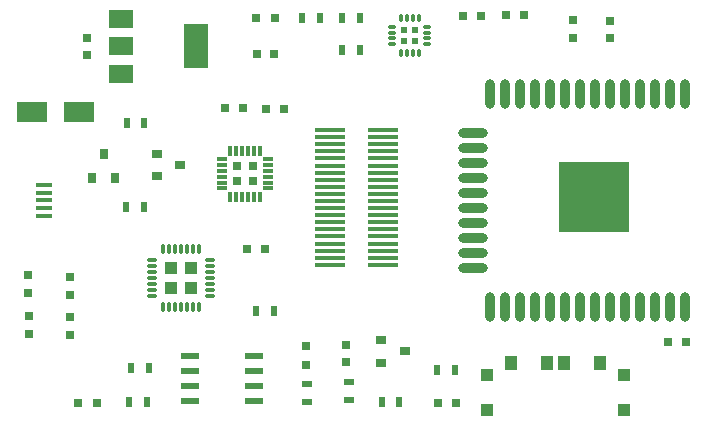
<source format=gtp>
G04 #@! TF.GenerationSoftware,KiCad,Pcbnew,no-vcs-found-ecdfa40~58~ubuntu16.04.1*
G04 #@! TF.CreationDate,2017-03-20T23:32:10+01:00*
G04 #@! TF.ProjectId,GhostESP32,47686F737445535033322E6B69636164,rev?*
G04 #@! TF.FileFunction,Paste,Top*
G04 #@! TF.FilePolarity,Positive*
%FSLAX46Y46*%
G04 Gerber Fmt 4.6, Leading zero omitted, Abs format (unit mm)*
G04 Created by KiCad (PCBNEW no-vcs-found-ecdfa40~58~ubuntu16.04.1) date Mon Mar 20 23:32:10 2017*
%MOMM*%
%LPD*%
G01*
G04 APERTURE LIST*
%ADD10C,0.100000*%
%ADD11R,1.000000X1.300000*%
%ADD12R,1.000000X1.100000*%
%ADD13R,0.750000X0.800000*%
%ADD14R,0.800000X0.750000*%
%ADD15R,0.800000X0.800000*%
%ADD16R,2.500000X1.800000*%
%ADD17R,2.500000X0.350000*%
%ADD18R,1.350000X0.400000*%
%ADD19R,0.900000X0.800000*%
%ADD20R,0.800000X0.900000*%
%ADD21R,0.500000X0.900000*%
%ADD22R,0.900000X0.500000*%
%ADD23R,1.550000X0.600000*%
%ADD24R,2.000000X1.500000*%
%ADD25R,2.000000X3.800000*%
%ADD26R,1.005000X1.005000*%
%ADD27O,0.300000X0.850000*%
%ADD28O,0.850000X0.300000*%
%ADD29O,0.900000X2.500000*%
%ADD30O,2.500000X0.900000*%
%ADD31R,6.000000X6.000000*%
%ADD32R,0.780000X0.780000*%
%ADD33R,0.300000X0.850000*%
%ADD34R,0.850000X0.300000*%
%ADD35R,0.540000X0.540000*%
%ADD36O,0.300000X0.750000*%
%ADD37O,0.750000X0.300000*%
G04 APERTURE END LIST*
D10*
D11*
X160681980Y-102800780D03*
X163681980Y-102800780D03*
X165181980Y-102800780D03*
X168181980Y-102800780D03*
D12*
X158631980Y-103800780D03*
X158631980Y-106800780D03*
X170231980Y-103800780D03*
X170231980Y-106800780D03*
D13*
X124785120Y-75256960D03*
X124785120Y-76756960D03*
D14*
X139107480Y-76591160D03*
X140607480Y-76591160D03*
D13*
X119776240Y-95381380D03*
X119776240Y-96881380D03*
X165892480Y-73788840D03*
X165892480Y-75288840D03*
X123332240Y-97003300D03*
X123332240Y-95503300D03*
X169035160Y-75304080D03*
X169035160Y-73804080D03*
X123332240Y-98896740D03*
X123332240Y-100396740D03*
X119816880Y-100315460D03*
X119816880Y-98815460D03*
X146672300Y-101233540D03*
X146672300Y-102733540D03*
D14*
X173951200Y-101028500D03*
X175451200Y-101028500D03*
D15*
X139032080Y-73599040D03*
X140632080Y-73599040D03*
X156034640Y-106189780D03*
X154434640Y-106189780D03*
X143281400Y-102933400D03*
X143281400Y-101333400D03*
X124005440Y-106146600D03*
X125605440Y-106146600D03*
D16*
X120065800Y-81554320D03*
X124065800Y-81554320D03*
D17*
X149844760Y-89078060D03*
X149844760Y-89678060D03*
X149844760Y-90278060D03*
X149844760Y-90878060D03*
X149844760Y-91478060D03*
X149844760Y-92078060D03*
X149844760Y-92678060D03*
X149844760Y-93278060D03*
X149844760Y-93878060D03*
X149844760Y-94478060D03*
X149844760Y-88478060D03*
X149844760Y-87878060D03*
X149844760Y-87278060D03*
X149844760Y-86678060D03*
X149844760Y-86078060D03*
X149844760Y-85478060D03*
X149844760Y-84878060D03*
X149844760Y-84278060D03*
X149844760Y-83678060D03*
X149844760Y-83078060D03*
X145344760Y-89078060D03*
X145344760Y-89678060D03*
X145344760Y-90278060D03*
X145344760Y-90878060D03*
X145344760Y-91478060D03*
X145344760Y-92078060D03*
X145344760Y-92678060D03*
X145344760Y-93278060D03*
X145344760Y-93878060D03*
X145344760Y-94478060D03*
X145344760Y-88478060D03*
X145344760Y-87878060D03*
X145344760Y-86078060D03*
X145344760Y-87278060D03*
X145344760Y-86678060D03*
X145344760Y-85478060D03*
X145344760Y-83078060D03*
X145344760Y-84278060D03*
X145344760Y-84878060D03*
X145344760Y-83678060D03*
D18*
X121141480Y-90327000D03*
X121141480Y-89677000D03*
X121141480Y-89027000D03*
X121141480Y-88377000D03*
X121141480Y-87727000D03*
D19*
X130668520Y-85079800D03*
X130668520Y-86979800D03*
X132668520Y-86029800D03*
D20*
X126164340Y-85121240D03*
X127114340Y-87121240D03*
X125214340Y-87121240D03*
D21*
X142998760Y-73624440D03*
X144498760Y-73624440D03*
X154400820Y-103398320D03*
X155900820Y-103398320D03*
X128076260Y-89562940D03*
X129576260Y-89562940D03*
X128121980Y-82499200D03*
X129621980Y-82499200D03*
X129975040Y-103248460D03*
X128475040Y-103248460D03*
X139077000Y-98419920D03*
X140577000Y-98419920D03*
X128304860Y-106103420D03*
X129804860Y-106103420D03*
D22*
X146908520Y-105931400D03*
X146908520Y-104431400D03*
X143367760Y-106058400D03*
X143367760Y-104558400D03*
D23*
X138879560Y-102158800D03*
X138879560Y-103428800D03*
X138879560Y-104698800D03*
X138879560Y-105968800D03*
X133479560Y-105968800D03*
X133479560Y-104698800D03*
X133479560Y-103428800D03*
X133479560Y-102158800D03*
D24*
X127645160Y-73685400D03*
X127645160Y-78285400D03*
X127645160Y-75985400D03*
D25*
X133945160Y-75985400D03*
D26*
X131858620Y-94764420D03*
X131858620Y-96439420D03*
X133533620Y-94764420D03*
X133533620Y-96439420D03*
D27*
X131196120Y-93151920D03*
X131696120Y-93151920D03*
X132196120Y-93151920D03*
X132696120Y-93151920D03*
X133196120Y-93151920D03*
X133696120Y-93151920D03*
X134196120Y-93151920D03*
D28*
X135146120Y-94101920D03*
X135146120Y-94601920D03*
X135146120Y-95101920D03*
X135146120Y-95601920D03*
X135146120Y-96101920D03*
X135146120Y-96601920D03*
X135146120Y-97101920D03*
D27*
X134196120Y-98051920D03*
X133696120Y-98051920D03*
X133196120Y-98051920D03*
X132696120Y-98051920D03*
X132196120Y-98051920D03*
X131696120Y-98051920D03*
X131196120Y-98051920D03*
D28*
X130246120Y-97101920D03*
X130246120Y-96601920D03*
X130246120Y-96101920D03*
X130246120Y-95601920D03*
X130246120Y-95101920D03*
X130246120Y-94601920D03*
X130246120Y-94101920D03*
D29*
X175394440Y-98037160D03*
X174124440Y-98037160D03*
X172854440Y-98037160D03*
X171584440Y-98037160D03*
X170314440Y-98037160D03*
X169044440Y-98037160D03*
X167774440Y-98037160D03*
X166504440Y-98037160D03*
X165234440Y-98037160D03*
X163964440Y-98037160D03*
X162694440Y-98037160D03*
X161424440Y-98037160D03*
X160154440Y-98037160D03*
X158884440Y-98037160D03*
D30*
X157394440Y-94752160D03*
X157394440Y-93482160D03*
X157394440Y-92212160D03*
X157394440Y-90942160D03*
X157394440Y-89672160D03*
X157394440Y-88402160D03*
X157394440Y-87132160D03*
X157394440Y-85862160D03*
X157394440Y-84592160D03*
X157394440Y-83322160D03*
D29*
X158884440Y-80037160D03*
X160154440Y-80037160D03*
X161424440Y-80037160D03*
X162694440Y-80037160D03*
X163964440Y-80037160D03*
X165234440Y-80037160D03*
X166504440Y-80037160D03*
X167774440Y-80037160D03*
X169044440Y-80037160D03*
X170314440Y-80037160D03*
X171584440Y-80037160D03*
X172854440Y-80037160D03*
X174124440Y-80037160D03*
X175394440Y-80037160D03*
D31*
X167694440Y-88737160D03*
D14*
X138317540Y-93106240D03*
X139817540Y-93106240D03*
X141435520Y-81318100D03*
X139935520Y-81318100D03*
X136431020Y-81178400D03*
X137931020Y-81178400D03*
X156630940Y-73395840D03*
X158130940Y-73395840D03*
X161722500Y-73306940D03*
X160222500Y-73306940D03*
D21*
X146379500Y-73588880D03*
X147879500Y-73588880D03*
X147871880Y-76334620D03*
X146371880Y-76334620D03*
D32*
X137487900Y-86113860D03*
X137487900Y-87413860D03*
X138787900Y-86113860D03*
X138787900Y-87413860D03*
D33*
X136887900Y-84813860D03*
X137387900Y-84813860D03*
X137887900Y-84813860D03*
X138387900Y-84813860D03*
X138887900Y-84813860D03*
X139387900Y-84813860D03*
D34*
X140087900Y-85513860D03*
X140087900Y-86013860D03*
X140087900Y-86513860D03*
X140087900Y-87013860D03*
X140087900Y-87513860D03*
X140087900Y-88013860D03*
D33*
X139387900Y-88713860D03*
X138887900Y-88713860D03*
X138387900Y-88713860D03*
X137887900Y-88713860D03*
X137387900Y-88713860D03*
X136887900Y-88713860D03*
D34*
X136187900Y-88013860D03*
X136187900Y-87513860D03*
X136187900Y-87013860D03*
X136187900Y-86513860D03*
X136187900Y-86013860D03*
X136187900Y-85513860D03*
D35*
X151629220Y-74615320D03*
X151629220Y-75515320D03*
X152529220Y-74615320D03*
X152529220Y-75515320D03*
D36*
X151329220Y-73590320D03*
X151829220Y-73590320D03*
X152329220Y-73590320D03*
X152829220Y-73590320D03*
D37*
X153554220Y-74315320D03*
X153554220Y-74815320D03*
X153554220Y-75315320D03*
X153554220Y-75815320D03*
D36*
X152829220Y-76540320D03*
X152329220Y-76540320D03*
X151829220Y-76540320D03*
X151329220Y-76540320D03*
D37*
X150604220Y-75815320D03*
X150604220Y-75315320D03*
X150604220Y-74815320D03*
X150604220Y-74315320D03*
D19*
X151685500Y-101810820D03*
X149685500Y-102760820D03*
X149685500Y-100860820D03*
D21*
X151199280Y-106123740D03*
X149699280Y-106123740D03*
M02*

</source>
